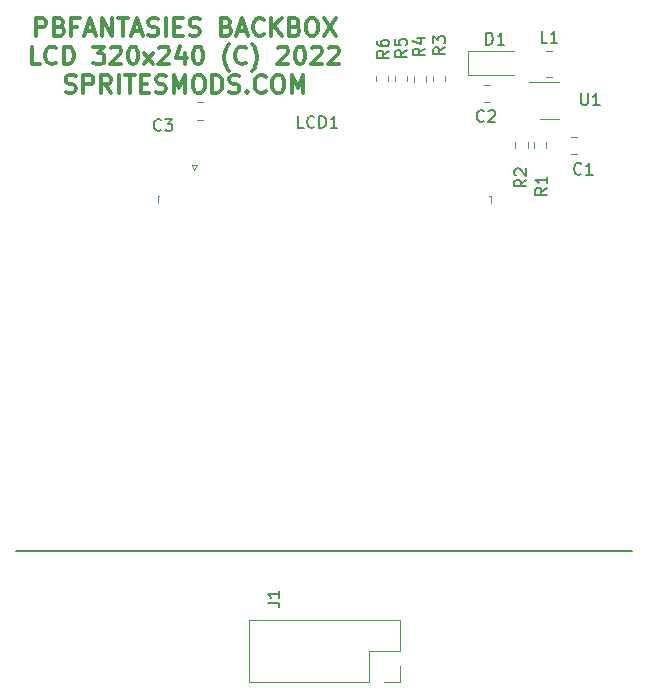
<source format=gbr>
%TF.GenerationSoftware,KiCad,Pcbnew,6.0.5+dfsg-1*%
%TF.CreationDate,2022-06-12T19:51:58+08:00*%
%TF.ProjectId,pcb-backbox,7063622d-6261-4636-9b62-6f782e6b6963,rev?*%
%TF.SameCoordinates,Original*%
%TF.FileFunction,Legend,Top*%
%TF.FilePolarity,Positive*%
%FSLAX46Y46*%
G04 Gerber Fmt 4.6, Leading zero omitted, Abs format (unit mm)*
G04 Created by KiCad (PCBNEW 6.0.5+dfsg-1) date 2022-06-12 19:51:58*
%MOMM*%
%LPD*%
G01*
G04 APERTURE LIST*
%ADD10C,0.150000*%
%ADD11C,0.300000*%
%ADD12C,0.120000*%
G04 APERTURE END LIST*
D10*
X156625000Y-105850000D02*
X104475000Y-105850000D01*
D11*
X106142857Y-62238571D02*
X106142857Y-60738571D01*
X106714285Y-60738571D01*
X106857142Y-60810000D01*
X106928571Y-60881428D01*
X107000000Y-61024285D01*
X107000000Y-61238571D01*
X106928571Y-61381428D01*
X106857142Y-61452857D01*
X106714285Y-61524285D01*
X106142857Y-61524285D01*
X108142857Y-61452857D02*
X108357142Y-61524285D01*
X108428571Y-61595714D01*
X108500000Y-61738571D01*
X108500000Y-61952857D01*
X108428571Y-62095714D01*
X108357142Y-62167142D01*
X108214285Y-62238571D01*
X107642857Y-62238571D01*
X107642857Y-60738571D01*
X108142857Y-60738571D01*
X108285714Y-60810000D01*
X108357142Y-60881428D01*
X108428571Y-61024285D01*
X108428571Y-61167142D01*
X108357142Y-61310000D01*
X108285714Y-61381428D01*
X108142857Y-61452857D01*
X107642857Y-61452857D01*
X109642857Y-61452857D02*
X109142857Y-61452857D01*
X109142857Y-62238571D02*
X109142857Y-60738571D01*
X109857142Y-60738571D01*
X110357142Y-61810000D02*
X111071428Y-61810000D01*
X110214285Y-62238571D02*
X110714285Y-60738571D01*
X111214285Y-62238571D01*
X111714285Y-62238571D02*
X111714285Y-60738571D01*
X112571428Y-62238571D01*
X112571428Y-60738571D01*
X113071428Y-60738571D02*
X113928571Y-60738571D01*
X113500000Y-62238571D02*
X113500000Y-60738571D01*
X114357142Y-61810000D02*
X115071428Y-61810000D01*
X114214285Y-62238571D02*
X114714285Y-60738571D01*
X115214285Y-62238571D01*
X115642857Y-62167142D02*
X115857142Y-62238571D01*
X116214285Y-62238571D01*
X116357142Y-62167142D01*
X116428571Y-62095714D01*
X116500000Y-61952857D01*
X116500000Y-61810000D01*
X116428571Y-61667142D01*
X116357142Y-61595714D01*
X116214285Y-61524285D01*
X115928571Y-61452857D01*
X115785714Y-61381428D01*
X115714285Y-61310000D01*
X115642857Y-61167142D01*
X115642857Y-61024285D01*
X115714285Y-60881428D01*
X115785714Y-60810000D01*
X115928571Y-60738571D01*
X116285714Y-60738571D01*
X116500000Y-60810000D01*
X117142857Y-62238571D02*
X117142857Y-60738571D01*
X117857142Y-61452857D02*
X118357142Y-61452857D01*
X118571428Y-62238571D02*
X117857142Y-62238571D01*
X117857142Y-60738571D01*
X118571428Y-60738571D01*
X119142857Y-62167142D02*
X119357142Y-62238571D01*
X119714285Y-62238571D01*
X119857142Y-62167142D01*
X119928571Y-62095714D01*
X120000000Y-61952857D01*
X120000000Y-61810000D01*
X119928571Y-61667142D01*
X119857142Y-61595714D01*
X119714285Y-61524285D01*
X119428571Y-61452857D01*
X119285714Y-61381428D01*
X119214285Y-61310000D01*
X119142857Y-61167142D01*
X119142857Y-61024285D01*
X119214285Y-60881428D01*
X119285714Y-60810000D01*
X119428571Y-60738571D01*
X119785714Y-60738571D01*
X120000000Y-60810000D01*
X122285714Y-61452857D02*
X122500000Y-61524285D01*
X122571428Y-61595714D01*
X122642857Y-61738571D01*
X122642857Y-61952857D01*
X122571428Y-62095714D01*
X122500000Y-62167142D01*
X122357142Y-62238571D01*
X121785714Y-62238571D01*
X121785714Y-60738571D01*
X122285714Y-60738571D01*
X122428571Y-60810000D01*
X122500000Y-60881428D01*
X122571428Y-61024285D01*
X122571428Y-61167142D01*
X122500000Y-61310000D01*
X122428571Y-61381428D01*
X122285714Y-61452857D01*
X121785714Y-61452857D01*
X123214285Y-61810000D02*
X123928571Y-61810000D01*
X123071428Y-62238571D02*
X123571428Y-60738571D01*
X124071428Y-62238571D01*
X125428571Y-62095714D02*
X125357142Y-62167142D01*
X125142857Y-62238571D01*
X125000000Y-62238571D01*
X124785714Y-62167142D01*
X124642857Y-62024285D01*
X124571428Y-61881428D01*
X124500000Y-61595714D01*
X124500000Y-61381428D01*
X124571428Y-61095714D01*
X124642857Y-60952857D01*
X124785714Y-60810000D01*
X125000000Y-60738571D01*
X125142857Y-60738571D01*
X125357142Y-60810000D01*
X125428571Y-60881428D01*
X126071428Y-62238571D02*
X126071428Y-60738571D01*
X126928571Y-62238571D02*
X126285714Y-61381428D01*
X126928571Y-60738571D02*
X126071428Y-61595714D01*
X128071428Y-61452857D02*
X128285714Y-61524285D01*
X128357142Y-61595714D01*
X128428571Y-61738571D01*
X128428571Y-61952857D01*
X128357142Y-62095714D01*
X128285714Y-62167142D01*
X128142857Y-62238571D01*
X127571428Y-62238571D01*
X127571428Y-60738571D01*
X128071428Y-60738571D01*
X128214285Y-60810000D01*
X128285714Y-60881428D01*
X128357142Y-61024285D01*
X128357142Y-61167142D01*
X128285714Y-61310000D01*
X128214285Y-61381428D01*
X128071428Y-61452857D01*
X127571428Y-61452857D01*
X129357142Y-60738571D02*
X129642857Y-60738571D01*
X129785714Y-60810000D01*
X129928571Y-60952857D01*
X130000000Y-61238571D01*
X130000000Y-61738571D01*
X129928571Y-62024285D01*
X129785714Y-62167142D01*
X129642857Y-62238571D01*
X129357142Y-62238571D01*
X129214285Y-62167142D01*
X129071428Y-62024285D01*
X129000000Y-61738571D01*
X129000000Y-61238571D01*
X129071428Y-60952857D01*
X129214285Y-60810000D01*
X129357142Y-60738571D01*
X130500000Y-60738571D02*
X131500000Y-62238571D01*
X131500000Y-60738571D02*
X130500000Y-62238571D01*
X106500000Y-64653571D02*
X105785714Y-64653571D01*
X105785714Y-63153571D01*
X107857142Y-64510714D02*
X107785714Y-64582142D01*
X107571428Y-64653571D01*
X107428571Y-64653571D01*
X107214285Y-64582142D01*
X107071428Y-64439285D01*
X107000000Y-64296428D01*
X106928571Y-64010714D01*
X106928571Y-63796428D01*
X107000000Y-63510714D01*
X107071428Y-63367857D01*
X107214285Y-63225000D01*
X107428571Y-63153571D01*
X107571428Y-63153571D01*
X107785714Y-63225000D01*
X107857142Y-63296428D01*
X108500000Y-64653571D02*
X108500000Y-63153571D01*
X108857142Y-63153571D01*
X109071428Y-63225000D01*
X109214285Y-63367857D01*
X109285714Y-63510714D01*
X109357142Y-63796428D01*
X109357142Y-64010714D01*
X109285714Y-64296428D01*
X109214285Y-64439285D01*
X109071428Y-64582142D01*
X108857142Y-64653571D01*
X108500000Y-64653571D01*
X111000000Y-63153571D02*
X111928571Y-63153571D01*
X111428571Y-63725000D01*
X111642857Y-63725000D01*
X111785714Y-63796428D01*
X111857142Y-63867857D01*
X111928571Y-64010714D01*
X111928571Y-64367857D01*
X111857142Y-64510714D01*
X111785714Y-64582142D01*
X111642857Y-64653571D01*
X111214285Y-64653571D01*
X111071428Y-64582142D01*
X111000000Y-64510714D01*
X112500000Y-63296428D02*
X112571428Y-63225000D01*
X112714285Y-63153571D01*
X113071428Y-63153571D01*
X113214285Y-63225000D01*
X113285714Y-63296428D01*
X113357142Y-63439285D01*
X113357142Y-63582142D01*
X113285714Y-63796428D01*
X112428571Y-64653571D01*
X113357142Y-64653571D01*
X114285714Y-63153571D02*
X114428571Y-63153571D01*
X114571428Y-63225000D01*
X114642857Y-63296428D01*
X114714285Y-63439285D01*
X114785714Y-63725000D01*
X114785714Y-64082142D01*
X114714285Y-64367857D01*
X114642857Y-64510714D01*
X114571428Y-64582142D01*
X114428571Y-64653571D01*
X114285714Y-64653571D01*
X114142857Y-64582142D01*
X114071428Y-64510714D01*
X114000000Y-64367857D01*
X113928571Y-64082142D01*
X113928571Y-63725000D01*
X114000000Y-63439285D01*
X114071428Y-63296428D01*
X114142857Y-63225000D01*
X114285714Y-63153571D01*
X115285714Y-64653571D02*
X116071428Y-63653571D01*
X115285714Y-63653571D02*
X116071428Y-64653571D01*
X116571428Y-63296428D02*
X116642857Y-63225000D01*
X116785714Y-63153571D01*
X117142857Y-63153571D01*
X117285714Y-63225000D01*
X117357142Y-63296428D01*
X117428571Y-63439285D01*
X117428571Y-63582142D01*
X117357142Y-63796428D01*
X116500000Y-64653571D01*
X117428571Y-64653571D01*
X118714285Y-63653571D02*
X118714285Y-64653571D01*
X118357142Y-63082142D02*
X118000000Y-64153571D01*
X118928571Y-64153571D01*
X119785714Y-63153571D02*
X119928571Y-63153571D01*
X120071428Y-63225000D01*
X120142857Y-63296428D01*
X120214285Y-63439285D01*
X120285714Y-63725000D01*
X120285714Y-64082142D01*
X120214285Y-64367857D01*
X120142857Y-64510714D01*
X120071428Y-64582142D01*
X119928571Y-64653571D01*
X119785714Y-64653571D01*
X119642857Y-64582142D01*
X119571428Y-64510714D01*
X119500000Y-64367857D01*
X119428571Y-64082142D01*
X119428571Y-63725000D01*
X119500000Y-63439285D01*
X119571428Y-63296428D01*
X119642857Y-63225000D01*
X119785714Y-63153571D01*
X122500000Y-65225000D02*
X122428571Y-65153571D01*
X122285714Y-64939285D01*
X122214285Y-64796428D01*
X122142857Y-64582142D01*
X122071428Y-64225000D01*
X122071428Y-63939285D01*
X122142857Y-63582142D01*
X122214285Y-63367857D01*
X122285714Y-63225000D01*
X122428571Y-63010714D01*
X122500000Y-62939285D01*
X123928571Y-64510714D02*
X123857142Y-64582142D01*
X123642857Y-64653571D01*
X123500000Y-64653571D01*
X123285714Y-64582142D01*
X123142857Y-64439285D01*
X123071428Y-64296428D01*
X123000000Y-64010714D01*
X123000000Y-63796428D01*
X123071428Y-63510714D01*
X123142857Y-63367857D01*
X123285714Y-63225000D01*
X123500000Y-63153571D01*
X123642857Y-63153571D01*
X123857142Y-63225000D01*
X123928571Y-63296428D01*
X124428571Y-65225000D02*
X124500000Y-65153571D01*
X124642857Y-64939285D01*
X124714285Y-64796428D01*
X124785714Y-64582142D01*
X124857142Y-64225000D01*
X124857142Y-63939285D01*
X124785714Y-63582142D01*
X124714285Y-63367857D01*
X124642857Y-63225000D01*
X124500000Y-63010714D01*
X124428571Y-62939285D01*
X126642857Y-63296428D02*
X126714285Y-63225000D01*
X126857142Y-63153571D01*
X127214285Y-63153571D01*
X127357142Y-63225000D01*
X127428571Y-63296428D01*
X127500000Y-63439285D01*
X127500000Y-63582142D01*
X127428571Y-63796428D01*
X126571428Y-64653571D01*
X127500000Y-64653571D01*
X128428571Y-63153571D02*
X128571428Y-63153571D01*
X128714285Y-63225000D01*
X128785714Y-63296428D01*
X128857142Y-63439285D01*
X128928571Y-63725000D01*
X128928571Y-64082142D01*
X128857142Y-64367857D01*
X128785714Y-64510714D01*
X128714285Y-64582142D01*
X128571428Y-64653571D01*
X128428571Y-64653571D01*
X128285714Y-64582142D01*
X128214285Y-64510714D01*
X128142857Y-64367857D01*
X128071428Y-64082142D01*
X128071428Y-63725000D01*
X128142857Y-63439285D01*
X128214285Y-63296428D01*
X128285714Y-63225000D01*
X128428571Y-63153571D01*
X129500000Y-63296428D02*
X129571428Y-63225000D01*
X129714285Y-63153571D01*
X130071428Y-63153571D01*
X130214285Y-63225000D01*
X130285714Y-63296428D01*
X130357142Y-63439285D01*
X130357142Y-63582142D01*
X130285714Y-63796428D01*
X129428571Y-64653571D01*
X130357142Y-64653571D01*
X130928571Y-63296428D02*
X131000000Y-63225000D01*
X131142857Y-63153571D01*
X131500000Y-63153571D01*
X131642857Y-63225000D01*
X131714285Y-63296428D01*
X131785714Y-63439285D01*
X131785714Y-63582142D01*
X131714285Y-63796428D01*
X130857142Y-64653571D01*
X131785714Y-64653571D01*
X108642857Y-66997142D02*
X108857142Y-67068571D01*
X109214285Y-67068571D01*
X109357142Y-66997142D01*
X109428571Y-66925714D01*
X109500000Y-66782857D01*
X109500000Y-66640000D01*
X109428571Y-66497142D01*
X109357142Y-66425714D01*
X109214285Y-66354285D01*
X108928571Y-66282857D01*
X108785714Y-66211428D01*
X108714285Y-66140000D01*
X108642857Y-65997142D01*
X108642857Y-65854285D01*
X108714285Y-65711428D01*
X108785714Y-65640000D01*
X108928571Y-65568571D01*
X109285714Y-65568571D01*
X109500000Y-65640000D01*
X110142857Y-67068571D02*
X110142857Y-65568571D01*
X110714285Y-65568571D01*
X110857142Y-65640000D01*
X110928571Y-65711428D01*
X111000000Y-65854285D01*
X111000000Y-66068571D01*
X110928571Y-66211428D01*
X110857142Y-66282857D01*
X110714285Y-66354285D01*
X110142857Y-66354285D01*
X112500000Y-67068571D02*
X112000000Y-66354285D01*
X111642857Y-67068571D02*
X111642857Y-65568571D01*
X112214285Y-65568571D01*
X112357142Y-65640000D01*
X112428571Y-65711428D01*
X112500000Y-65854285D01*
X112500000Y-66068571D01*
X112428571Y-66211428D01*
X112357142Y-66282857D01*
X112214285Y-66354285D01*
X111642857Y-66354285D01*
X113142857Y-67068571D02*
X113142857Y-65568571D01*
X113642857Y-65568571D02*
X114500000Y-65568571D01*
X114071428Y-67068571D02*
X114071428Y-65568571D01*
X115000000Y-66282857D02*
X115500000Y-66282857D01*
X115714285Y-67068571D02*
X115000000Y-67068571D01*
X115000000Y-65568571D01*
X115714285Y-65568571D01*
X116285714Y-66997142D02*
X116500000Y-67068571D01*
X116857142Y-67068571D01*
X117000000Y-66997142D01*
X117071428Y-66925714D01*
X117142857Y-66782857D01*
X117142857Y-66640000D01*
X117071428Y-66497142D01*
X117000000Y-66425714D01*
X116857142Y-66354285D01*
X116571428Y-66282857D01*
X116428571Y-66211428D01*
X116357142Y-66140000D01*
X116285714Y-65997142D01*
X116285714Y-65854285D01*
X116357142Y-65711428D01*
X116428571Y-65640000D01*
X116571428Y-65568571D01*
X116928571Y-65568571D01*
X117142857Y-65640000D01*
X117785714Y-67068571D02*
X117785714Y-65568571D01*
X118285714Y-66640000D01*
X118785714Y-65568571D01*
X118785714Y-67068571D01*
X119785714Y-65568571D02*
X120071428Y-65568571D01*
X120214285Y-65640000D01*
X120357142Y-65782857D01*
X120428571Y-66068571D01*
X120428571Y-66568571D01*
X120357142Y-66854285D01*
X120214285Y-66997142D01*
X120071428Y-67068571D01*
X119785714Y-67068571D01*
X119642857Y-66997142D01*
X119500000Y-66854285D01*
X119428571Y-66568571D01*
X119428571Y-66068571D01*
X119500000Y-65782857D01*
X119642857Y-65640000D01*
X119785714Y-65568571D01*
X121071428Y-67068571D02*
X121071428Y-65568571D01*
X121428571Y-65568571D01*
X121642857Y-65640000D01*
X121785714Y-65782857D01*
X121857142Y-65925714D01*
X121928571Y-66211428D01*
X121928571Y-66425714D01*
X121857142Y-66711428D01*
X121785714Y-66854285D01*
X121642857Y-66997142D01*
X121428571Y-67068571D01*
X121071428Y-67068571D01*
X122500000Y-66997142D02*
X122714285Y-67068571D01*
X123071428Y-67068571D01*
X123214285Y-66997142D01*
X123285714Y-66925714D01*
X123357142Y-66782857D01*
X123357142Y-66640000D01*
X123285714Y-66497142D01*
X123214285Y-66425714D01*
X123071428Y-66354285D01*
X122785714Y-66282857D01*
X122642857Y-66211428D01*
X122571428Y-66140000D01*
X122500000Y-65997142D01*
X122500000Y-65854285D01*
X122571428Y-65711428D01*
X122642857Y-65640000D01*
X122785714Y-65568571D01*
X123142857Y-65568571D01*
X123357142Y-65640000D01*
X124000000Y-66925714D02*
X124071428Y-66997142D01*
X124000000Y-67068571D01*
X123928571Y-66997142D01*
X124000000Y-66925714D01*
X124000000Y-67068571D01*
X125571428Y-66925714D02*
X125500000Y-66997142D01*
X125285714Y-67068571D01*
X125142857Y-67068571D01*
X124928571Y-66997142D01*
X124785714Y-66854285D01*
X124714285Y-66711428D01*
X124642857Y-66425714D01*
X124642857Y-66211428D01*
X124714285Y-65925714D01*
X124785714Y-65782857D01*
X124928571Y-65640000D01*
X125142857Y-65568571D01*
X125285714Y-65568571D01*
X125500000Y-65640000D01*
X125571428Y-65711428D01*
X126500000Y-65568571D02*
X126785714Y-65568571D01*
X126928571Y-65640000D01*
X127071428Y-65782857D01*
X127142857Y-66068571D01*
X127142857Y-66568571D01*
X127071428Y-66854285D01*
X126928571Y-66997142D01*
X126785714Y-67068571D01*
X126500000Y-67068571D01*
X126357142Y-66997142D01*
X126214285Y-66854285D01*
X126142857Y-66568571D01*
X126142857Y-66068571D01*
X126214285Y-65782857D01*
X126357142Y-65640000D01*
X126500000Y-65568571D01*
X127785714Y-67068571D02*
X127785714Y-65568571D01*
X128285714Y-66640000D01*
X128785714Y-65568571D01*
X128785714Y-67068571D01*
D10*
%TO.C,J1*%
X125752380Y-110233333D02*
X126466666Y-110233333D01*
X126609523Y-110280952D01*
X126704761Y-110376190D01*
X126752380Y-110519047D01*
X126752380Y-110614285D01*
X126752380Y-109233333D02*
X126752380Y-109804761D01*
X126752380Y-109519047D02*
X125752380Y-109519047D01*
X125895238Y-109614285D01*
X125990476Y-109709523D01*
X126038095Y-109804761D01*
%TO.C,R5*%
X137527380Y-63441666D02*
X137051190Y-63775000D01*
X137527380Y-64013095D02*
X136527380Y-64013095D01*
X136527380Y-63632142D01*
X136575000Y-63536904D01*
X136622619Y-63489285D01*
X136717857Y-63441666D01*
X136860714Y-63441666D01*
X136955952Y-63489285D01*
X137003571Y-63536904D01*
X137051190Y-63632142D01*
X137051190Y-64013095D01*
X136527380Y-62536904D02*
X136527380Y-63013095D01*
X137003571Y-63060714D01*
X136955952Y-63013095D01*
X136908333Y-62917857D01*
X136908333Y-62679761D01*
X136955952Y-62584523D01*
X137003571Y-62536904D01*
X137098809Y-62489285D01*
X137336904Y-62489285D01*
X137432142Y-62536904D01*
X137479761Y-62584523D01*
X137527380Y-62679761D01*
X137527380Y-62917857D01*
X137479761Y-63013095D01*
X137432142Y-63060714D01*
%TO.C,LCD1*%
X128808333Y-70027380D02*
X128332142Y-70027380D01*
X128332142Y-69027380D01*
X129713095Y-69932142D02*
X129665476Y-69979761D01*
X129522619Y-70027380D01*
X129427380Y-70027380D01*
X129284523Y-69979761D01*
X129189285Y-69884523D01*
X129141666Y-69789285D01*
X129094047Y-69598809D01*
X129094047Y-69455952D01*
X129141666Y-69265476D01*
X129189285Y-69170238D01*
X129284523Y-69075000D01*
X129427380Y-69027380D01*
X129522619Y-69027380D01*
X129665476Y-69075000D01*
X129713095Y-69122619D01*
X130141666Y-70027380D02*
X130141666Y-69027380D01*
X130379761Y-69027380D01*
X130522619Y-69075000D01*
X130617857Y-69170238D01*
X130665476Y-69265476D01*
X130713095Y-69455952D01*
X130713095Y-69598809D01*
X130665476Y-69789285D01*
X130617857Y-69884523D01*
X130522619Y-69979761D01*
X130379761Y-70027380D01*
X130141666Y-70027380D01*
X131665476Y-70027380D02*
X131094047Y-70027380D01*
X131379761Y-70027380D02*
X131379761Y-69027380D01*
X131284523Y-69170238D01*
X131189285Y-69265476D01*
X131094047Y-69313095D01*
%TO.C,R2*%
X147652380Y-74416666D02*
X147176190Y-74750000D01*
X147652380Y-74988095D02*
X146652380Y-74988095D01*
X146652380Y-74607142D01*
X146700000Y-74511904D01*
X146747619Y-74464285D01*
X146842857Y-74416666D01*
X146985714Y-74416666D01*
X147080952Y-74464285D01*
X147128571Y-74511904D01*
X147176190Y-74607142D01*
X147176190Y-74988095D01*
X146747619Y-74035714D02*
X146700000Y-73988095D01*
X146652380Y-73892857D01*
X146652380Y-73654761D01*
X146700000Y-73559523D01*
X146747619Y-73511904D01*
X146842857Y-73464285D01*
X146938095Y-73464285D01*
X147080952Y-73511904D01*
X147652380Y-74083333D01*
X147652380Y-73464285D01*
%TO.C,R6*%
X136002380Y-63516666D02*
X135526190Y-63850000D01*
X136002380Y-64088095D02*
X135002380Y-64088095D01*
X135002380Y-63707142D01*
X135050000Y-63611904D01*
X135097619Y-63564285D01*
X135192857Y-63516666D01*
X135335714Y-63516666D01*
X135430952Y-63564285D01*
X135478571Y-63611904D01*
X135526190Y-63707142D01*
X135526190Y-64088095D01*
X135002380Y-62659523D02*
X135002380Y-62850000D01*
X135050000Y-62945238D01*
X135097619Y-62992857D01*
X135240476Y-63088095D01*
X135430952Y-63135714D01*
X135811904Y-63135714D01*
X135907142Y-63088095D01*
X135954761Y-63040476D01*
X136002380Y-62945238D01*
X136002380Y-62754761D01*
X135954761Y-62659523D01*
X135907142Y-62611904D01*
X135811904Y-62564285D01*
X135573809Y-62564285D01*
X135478571Y-62611904D01*
X135430952Y-62659523D01*
X135383333Y-62754761D01*
X135383333Y-62945238D01*
X135430952Y-63040476D01*
X135478571Y-63088095D01*
X135573809Y-63135714D01*
%TO.C,R4*%
X139052380Y-63316666D02*
X138576190Y-63650000D01*
X139052380Y-63888095D02*
X138052380Y-63888095D01*
X138052380Y-63507142D01*
X138100000Y-63411904D01*
X138147619Y-63364285D01*
X138242857Y-63316666D01*
X138385714Y-63316666D01*
X138480952Y-63364285D01*
X138528571Y-63411904D01*
X138576190Y-63507142D01*
X138576190Y-63888095D01*
X138385714Y-62459523D02*
X139052380Y-62459523D01*
X138004761Y-62697619D02*
X138719047Y-62935714D01*
X138719047Y-62316666D01*
%TO.C,C3*%
X116733333Y-70207142D02*
X116685714Y-70254761D01*
X116542857Y-70302380D01*
X116447619Y-70302380D01*
X116304761Y-70254761D01*
X116209523Y-70159523D01*
X116161904Y-70064285D01*
X116114285Y-69873809D01*
X116114285Y-69730952D01*
X116161904Y-69540476D01*
X116209523Y-69445238D01*
X116304761Y-69350000D01*
X116447619Y-69302380D01*
X116542857Y-69302380D01*
X116685714Y-69350000D01*
X116733333Y-69397619D01*
X117066666Y-69302380D02*
X117685714Y-69302380D01*
X117352380Y-69683333D01*
X117495238Y-69683333D01*
X117590476Y-69730952D01*
X117638095Y-69778571D01*
X117685714Y-69873809D01*
X117685714Y-70111904D01*
X117638095Y-70207142D01*
X117590476Y-70254761D01*
X117495238Y-70302380D01*
X117209523Y-70302380D01*
X117114285Y-70254761D01*
X117066666Y-70207142D01*
%TO.C,U1*%
X152288095Y-67102380D02*
X152288095Y-67911904D01*
X152335714Y-68007142D01*
X152383333Y-68054761D01*
X152478571Y-68102380D01*
X152669047Y-68102380D01*
X152764285Y-68054761D01*
X152811904Y-68007142D01*
X152859523Y-67911904D01*
X152859523Y-67102380D01*
X153859523Y-68102380D02*
X153288095Y-68102380D01*
X153573809Y-68102380D02*
X153573809Y-67102380D01*
X153478571Y-67245238D01*
X153383333Y-67340476D01*
X153288095Y-67388095D01*
%TO.C,C2*%
X144058333Y-69432142D02*
X144010714Y-69479761D01*
X143867857Y-69527380D01*
X143772619Y-69527380D01*
X143629761Y-69479761D01*
X143534523Y-69384523D01*
X143486904Y-69289285D01*
X143439285Y-69098809D01*
X143439285Y-68955952D01*
X143486904Y-68765476D01*
X143534523Y-68670238D01*
X143629761Y-68575000D01*
X143772619Y-68527380D01*
X143867857Y-68527380D01*
X144010714Y-68575000D01*
X144058333Y-68622619D01*
X144439285Y-68622619D02*
X144486904Y-68575000D01*
X144582142Y-68527380D01*
X144820238Y-68527380D01*
X144915476Y-68575000D01*
X144963095Y-68622619D01*
X145010714Y-68717857D01*
X145010714Y-68813095D01*
X144963095Y-68955952D01*
X144391666Y-69527380D01*
X145010714Y-69527380D01*
%TO.C,R3*%
X140777380Y-63216666D02*
X140301190Y-63550000D01*
X140777380Y-63788095D02*
X139777380Y-63788095D01*
X139777380Y-63407142D01*
X139825000Y-63311904D01*
X139872619Y-63264285D01*
X139967857Y-63216666D01*
X140110714Y-63216666D01*
X140205952Y-63264285D01*
X140253571Y-63311904D01*
X140301190Y-63407142D01*
X140301190Y-63788095D01*
X139777380Y-62883333D02*
X139777380Y-62264285D01*
X140158333Y-62597619D01*
X140158333Y-62454761D01*
X140205952Y-62359523D01*
X140253571Y-62311904D01*
X140348809Y-62264285D01*
X140586904Y-62264285D01*
X140682142Y-62311904D01*
X140729761Y-62359523D01*
X140777380Y-62454761D01*
X140777380Y-62740476D01*
X140729761Y-62835714D01*
X140682142Y-62883333D01*
%TO.C,C1*%
X152308333Y-73907142D02*
X152260714Y-73954761D01*
X152117857Y-74002380D01*
X152022619Y-74002380D01*
X151879761Y-73954761D01*
X151784523Y-73859523D01*
X151736904Y-73764285D01*
X151689285Y-73573809D01*
X151689285Y-73430952D01*
X151736904Y-73240476D01*
X151784523Y-73145238D01*
X151879761Y-73050000D01*
X152022619Y-73002380D01*
X152117857Y-73002380D01*
X152260714Y-73050000D01*
X152308333Y-73097619D01*
X153260714Y-74002380D02*
X152689285Y-74002380D01*
X152975000Y-74002380D02*
X152975000Y-73002380D01*
X152879761Y-73145238D01*
X152784523Y-73240476D01*
X152689285Y-73288095D01*
%TO.C,L1*%
X149433333Y-62827380D02*
X148957142Y-62827380D01*
X148957142Y-61827380D01*
X150290476Y-62827380D02*
X149719047Y-62827380D01*
X150004761Y-62827380D02*
X150004761Y-61827380D01*
X149909523Y-61970238D01*
X149814285Y-62065476D01*
X149719047Y-62113095D01*
%TO.C,R1*%
X149402380Y-75116666D02*
X148926190Y-75450000D01*
X149402380Y-75688095D02*
X148402380Y-75688095D01*
X148402380Y-75307142D01*
X148450000Y-75211904D01*
X148497619Y-75164285D01*
X148592857Y-75116666D01*
X148735714Y-75116666D01*
X148830952Y-75164285D01*
X148878571Y-75211904D01*
X148926190Y-75307142D01*
X148926190Y-75688095D01*
X149402380Y-74164285D02*
X149402380Y-74735714D01*
X149402380Y-74450000D02*
X148402380Y-74450000D01*
X148545238Y-74545238D01*
X148640476Y-74640476D01*
X148688095Y-74735714D01*
%TO.C,D1*%
X144261904Y-62977380D02*
X144261904Y-61977380D01*
X144500000Y-61977380D01*
X144642857Y-62025000D01*
X144738095Y-62120238D01*
X144785714Y-62215476D01*
X144833333Y-62405952D01*
X144833333Y-62548809D01*
X144785714Y-62739285D01*
X144738095Y-62834523D01*
X144642857Y-62929761D01*
X144500000Y-62977380D01*
X144261904Y-62977380D01*
X145785714Y-62977380D02*
X145214285Y-62977380D01*
X145500000Y-62977380D02*
X145500000Y-61977380D01*
X145404761Y-62120238D01*
X145309523Y-62215476D01*
X145214285Y-62263095D01*
D12*
%TO.C,J1*%
X136960000Y-115590000D02*
X136960000Y-116920000D01*
X136960000Y-111720000D02*
X136960000Y-114320000D01*
X134360000Y-116920000D02*
X124140000Y-116920000D01*
X136960000Y-116920000D02*
X135630000Y-116920000D01*
X136960000Y-114320000D02*
X134360000Y-114320000D01*
X124140000Y-111720000D02*
X124140000Y-116920000D01*
X134360000Y-114320000D02*
X134360000Y-116920000D01*
X136960000Y-111720000D02*
X124140000Y-111720000D01*
%TO.C,R5*%
X137572500Y-65612742D02*
X137572500Y-66087258D01*
X136527500Y-65612742D02*
X136527500Y-66087258D01*
%TO.C,LCD1*%
X144625000Y-75790000D02*
X144625000Y-76390000D01*
X116585000Y-75790000D02*
X116475000Y-75790000D01*
X119550000Y-73600000D02*
X119750000Y-73200000D01*
X119750000Y-73200000D02*
X119350000Y-73200000D01*
X144515000Y-75790000D02*
X144625000Y-75790000D01*
X119350000Y-73200000D02*
X119550000Y-73600000D01*
X116475000Y-75790000D02*
X116475000Y-76390000D01*
%TO.C,R2*%
X146727500Y-71737258D02*
X146727500Y-71262742D01*
X147772500Y-71737258D02*
X147772500Y-71262742D01*
%TO.C,R6*%
X134927500Y-65612742D02*
X134927500Y-66087258D01*
X135972500Y-65612742D02*
X135972500Y-66087258D01*
%TO.C,R4*%
X138127500Y-65637742D02*
X138127500Y-66112258D01*
X139172500Y-65637742D02*
X139172500Y-66112258D01*
%TO.C,C3*%
X120261252Y-67865000D02*
X119738748Y-67865000D01*
X120261252Y-69335000D02*
X119738748Y-69335000D01*
%TO.C,U1*%
X149650000Y-66190000D02*
X147850000Y-66190000D01*
X149650000Y-69310000D02*
X148850000Y-69310000D01*
X149650000Y-66190000D02*
X150450000Y-66190000D01*
X149650000Y-69310000D02*
X150450000Y-69310000D01*
%TO.C,C2*%
X144038748Y-67860000D02*
X144561252Y-67860000D01*
X144038748Y-66390000D02*
X144561252Y-66390000D01*
%TO.C,R3*%
X140772500Y-65612742D02*
X140772500Y-66087258D01*
X139727500Y-65612742D02*
X139727500Y-66087258D01*
%TO.C,C1*%
X151438748Y-72285000D02*
X151961252Y-72285000D01*
X151438748Y-70815000D02*
X151961252Y-70815000D01*
%TO.C,L1*%
X149861252Y-65710000D02*
X149338748Y-65710000D01*
X149861252Y-63490000D02*
X149338748Y-63490000D01*
%TO.C,R1*%
X149347500Y-71262742D02*
X149347500Y-71737258D01*
X148302500Y-71262742D02*
X148302500Y-71737258D01*
%TO.C,D1*%
X142750000Y-63525000D02*
X142750000Y-65525000D01*
X142750000Y-63525000D02*
X146650000Y-63525000D01*
X142750000Y-65525000D02*
X146650000Y-65525000D01*
%TD*%
M02*

</source>
